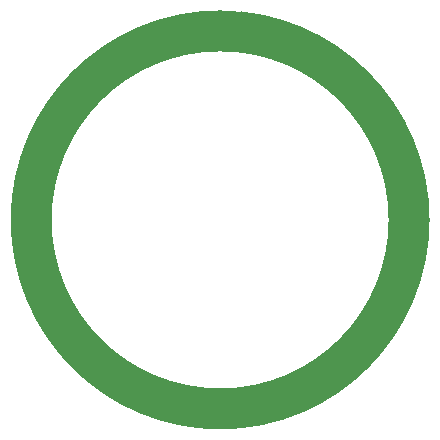
<source format=gbs>
G04 #@! TF.GenerationSoftware,KiCad,Pcbnew,6.0.0-d3dd2cf0fa~116~ubuntu21.10.1*
G04 #@! TF.CreationDate,2022-02-12T15:32:37+00:00*
G04 #@! TF.ProjectId,indexingWheel,696e6465-7869-46e6-9757-6865656c2e6b,rev?*
G04 #@! TF.SameCoordinates,Original*
G04 #@! TF.FileFunction,Soldermask,Bot*
G04 #@! TF.FilePolarity,Negative*
%FSLAX46Y46*%
G04 Gerber Fmt 4.6, Leading zero omitted, Abs format (unit mm)*
G04 Created by KiCad (PCBNEW 6.0.0-d3dd2cf0fa~116~ubuntu21.10.1) date 2022-02-12 15:32:37*
%MOMM*%
%LPD*%
G01*
G04 APERTURE LIST*
%ADD10C,3.500000*%
G04 APERTURE END LIST*
D10*
X169092858Y-98702081D02*
G75*
G03*
X169092858Y-98702081I-16000000J0D01*
G01*
X169092858Y-98702081D02*
G75*
G03*
X169092858Y-98702081I-16000000J0D01*
G01*
M02*

</source>
